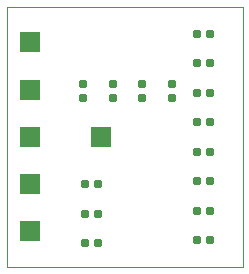
<source format=gts>
G04 #@! TF.GenerationSoftware,KiCad,Pcbnew,(7.0.0)*
G04 #@! TF.CreationDate,2023-03-10T18:14:51+01:00*
G04 #@! TF.ProjectId,CapacitorBox0402,43617061-6369-4746-9f72-426f78303430,rev?*
G04 #@! TF.SameCoordinates,Original*
G04 #@! TF.FileFunction,Soldermask,Top*
G04 #@! TF.FilePolarity,Negative*
%FSLAX46Y46*%
G04 Gerber Fmt 4.6, Leading zero omitted, Abs format (unit mm)*
G04 Created by KiCad (PCBNEW (7.0.0)) date 2023-03-10 18:14:51*
%MOMM*%
%LPD*%
G01*
G04 APERTURE LIST*
G04 Aperture macros list*
%AMRoundRect*
0 Rectangle with rounded corners*
0 $1 Rounding radius*
0 $2 $3 $4 $5 $6 $7 $8 $9 X,Y pos of 4 corners*
0 Add a 4 corners polygon primitive as box body*
4,1,4,$2,$3,$4,$5,$6,$7,$8,$9,$2,$3,0*
0 Add four circle primitives for the rounded corners*
1,1,$1+$1,$2,$3*
1,1,$1+$1,$4,$5*
1,1,$1+$1,$6,$7*
1,1,$1+$1,$8,$9*
0 Add four rect primitives between the rounded corners*
20,1,$1+$1,$2,$3,$4,$5,0*
20,1,$1+$1,$4,$5,$6,$7,0*
20,1,$1+$1,$6,$7,$8,$9,0*
20,1,$1+$1,$8,$9,$2,$3,0*%
G04 Aperture macros list end*
%ADD10RoundRect,0.155000X-0.212500X-0.155000X0.212500X-0.155000X0.212500X0.155000X-0.212500X0.155000X0*%
%ADD11RoundRect,0.155000X-0.155000X0.212500X-0.155000X-0.212500X0.155000X-0.212500X0.155000X0.212500X0*%
%ADD12R,1.700000X1.700000*%
G04 #@! TA.AperFunction,Profile*
%ADD13C,0.100000*%
G04 #@! TD*
G04 APERTURE END LIST*
D10*
X117132500Y-119750000D03*
X118267500Y-119750000D03*
X117132500Y-117250000D03*
X118267500Y-117250000D03*
D11*
X110000000Y-106532500D03*
X110000000Y-107667500D03*
D12*
X102999999Y-114999999D03*
X102999999Y-118999999D03*
D11*
X112500000Y-106532500D03*
X112500000Y-107667500D03*
X107500000Y-106532500D03*
X107500000Y-107667500D03*
D12*
X102999999Y-102999999D03*
X108999999Y-110999999D03*
D10*
X107632500Y-117500000D03*
X108767500Y-117500000D03*
D11*
X115000000Y-106532500D03*
X115000000Y-107667500D03*
D10*
X117132500Y-114750000D03*
X118267500Y-114750000D03*
X117132500Y-104750000D03*
X118267500Y-104750000D03*
D12*
X102999999Y-110999999D03*
D10*
X117132500Y-107250000D03*
X118267500Y-107250000D03*
X117132500Y-102250000D03*
X118267500Y-102250000D03*
X117132500Y-112250000D03*
X118267500Y-112250000D03*
X107632500Y-115000000D03*
X108767500Y-115000000D03*
D12*
X102999999Y-106999999D03*
D10*
X117132500Y-109750000D03*
X118267500Y-109750000D03*
X107632500Y-120000000D03*
X108767500Y-120000000D03*
D13*
X101000000Y-100000000D02*
X121000000Y-100000000D01*
X121000000Y-100000000D02*
X121000000Y-122000000D01*
X121000000Y-122000000D02*
X101000000Y-122000000D01*
X101000000Y-100000000D02*
X101000000Y-122000000D01*
M02*

</source>
